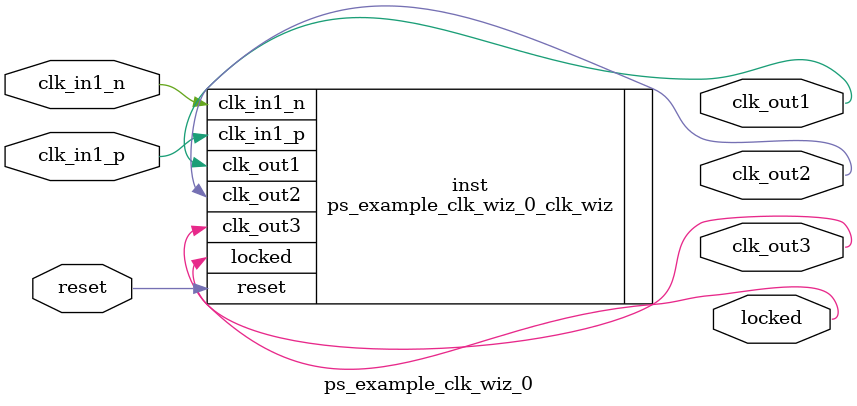
<source format=v>


`timescale 1ps/1ps

(* CORE_GENERATION_INFO = "ps_example_clk_wiz_0,clk_wiz_v6_0_2_0_0,{component_name=ps_example_clk_wiz_0,use_phase_alignment=false,use_min_o_jitter=false,use_max_i_jitter=false,use_dyn_phase_shift=false,use_inclk_switchover=false,use_dyn_reconfig=false,enable_axi=0,feedback_source=FDBK_AUTO,PRIMITIVE=MMCM,num_out_clk=3,clkin1_period=10.000,clkin2_period=10.000,use_power_down=false,use_reset=true,use_locked=true,use_inclk_stopped=false,feedback_type=SINGLE,CLOCK_MGR_TYPE=NA,manual_override=false}" *)

module ps_example_clk_wiz_0 
 (
  // Clock out ports
  output        clk_out1,
  output        clk_out2,
  output        clk_out3,
  // Status and control signals
  input         reset,
  output        locked,
 // Clock in ports
  input         clk_in1_p,
  input         clk_in1_n
 );

  ps_example_clk_wiz_0_clk_wiz inst
  (
  // Clock out ports  
  .clk_out1(clk_out1),
  .clk_out2(clk_out2),
  .clk_out3(clk_out3),
  // Status and control signals               
  .reset(reset), 
  .locked(locked),
 // Clock in ports
  .clk_in1_p(clk_in1_p),
  .clk_in1_n(clk_in1_n)
  );

endmodule

</source>
